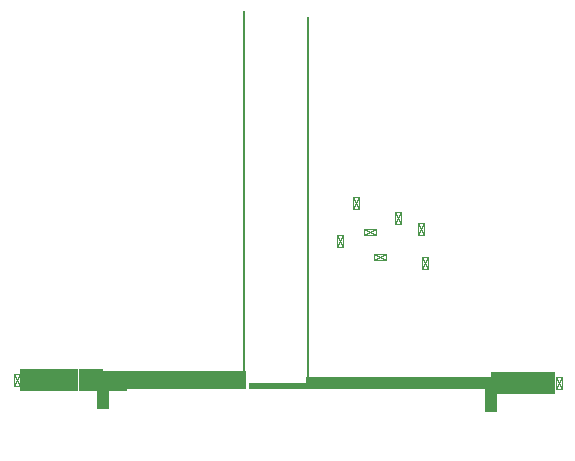
<source format=gbr>
G04 ===== Begin FILE IDENTIFICATION =====*
G04 File Format:  Gerber RS274X*
G04 ===== End FILE IDENTIFICATION =====*
%FSLAX24Y24*%
%MOMM*%
%SFA1.0000B1.0000*%
%OFA0.0B0.0*%
%ADD14R,1.000501X1.503881*%
%ADD15R,5.000000X1.882501*%
%ADD16C,0.000635*%
%ADD17R,9.823300X1.541470*%
%ADD18R,9.999330X0.999998*%
%ADD19R,0.254000X30.499200*%
%ADD20R,0.120371X4.996068*%
%LNcond*%
%IPPOS*%
%LPD*%
G75*
D14*
X0Y-7519D03*
G36*
G01X-20404Y18825D02*
G01Y0D01*
G01X20404D01*
G01Y17120D01*
G01X0D01*
G01Y18825D01*
G01X-20404D01*
G37*
D15*
X-45404Y9413D03*
D16*
G01X-70404Y14493D02*
G01X-75484D01*
G01Y4333D01*
G01X-70404D01*
G01Y14493D01*

G01X-75484Y4333D01*
G01X-70404D02*
G01X-75484Y14493D01*
D17*
X69521Y9413D03*
G36*
G01X121177Y1705D02*
G01Y17120D01*
G01X118637D01*
G01Y1705D01*
G01X121177D01*
G37*
G36*
G01X123546Y1924D02*
G01X223516D01*
G01Y11924D01*
G01X172261D01*
G01Y6924D01*
G01X123546D01*
G01Y1924D01*
G37*
D18*
X273512Y6924D03*
G36*
G01X323509Y11924D02*
G01Y-2488D01*
G01X333514D01*
G01Y16337D01*
G01X328512D01*
G01Y11924D01*
G01X323509D01*
G37*
D14*
X328512Y-10008D03*
D15*
X358514Y6924D03*
D16*
G01X383514Y1844D02*
G01X388594D01*
G01Y12004D01*
G01X383514D01*
G01Y1844D01*

G01X388594Y12004D01*
G01X383514D02*
G01X388594Y1844D01*
D19*
X173531Y164420D03*
D16*
G01X252730Y151130D02*
G01X247650D01*
G01Y140970D01*
G01X252730D01*
G01Y151130D01*

G01X247650Y140970D01*
G01X252730D02*
G01X247650Y151130D01*
G01X275590Y113030D02*
G01X270510D01*
G01Y102870D01*
G01X275590D01*
G01Y113030D01*

G01X270510Y102870D01*
G01X275590D02*
G01X270510Y113030D01*
G01X229870Y115570D02*
G01Y110490D01*
G01X240030D01*
G01Y115570D01*
G01X229870D01*

G01X240030Y110490D01*
G01Y115570D02*
G01X229870Y110490D01*
G01X271780Y142240D02*
G01X266700D01*
G01Y132080D01*
G01X271780D01*
G01Y142240D01*

G01X266700Y132080D01*
G01X271780D02*
G01X266700Y142240D01*
G01X203200Y132080D02*
G01X198120D01*
G01Y121920D01*
G01X203200D01*
G01Y132080D01*

G01X198120Y121920D01*
G01X203200D02*
G01X198120Y132080D01*
G01X231140D02*
G01Y137160D01*
G01X220980D01*
G01Y132080D01*
G01X231140D01*

G01X220980Y137160D01*
G01Y132080D02*
G01X231140Y137160D01*
D19*
X119907Y169616D03*
D16*
G01X217170Y163830D02*
G01X212090D01*
G01Y153670D01*
G01X217170D01*
G01Y163830D01*

G01X212090Y153670D01*
G01X217170D02*
G01X212090Y163830D01*
D20*
X123116Y-25004D03*
M02*


</source>
